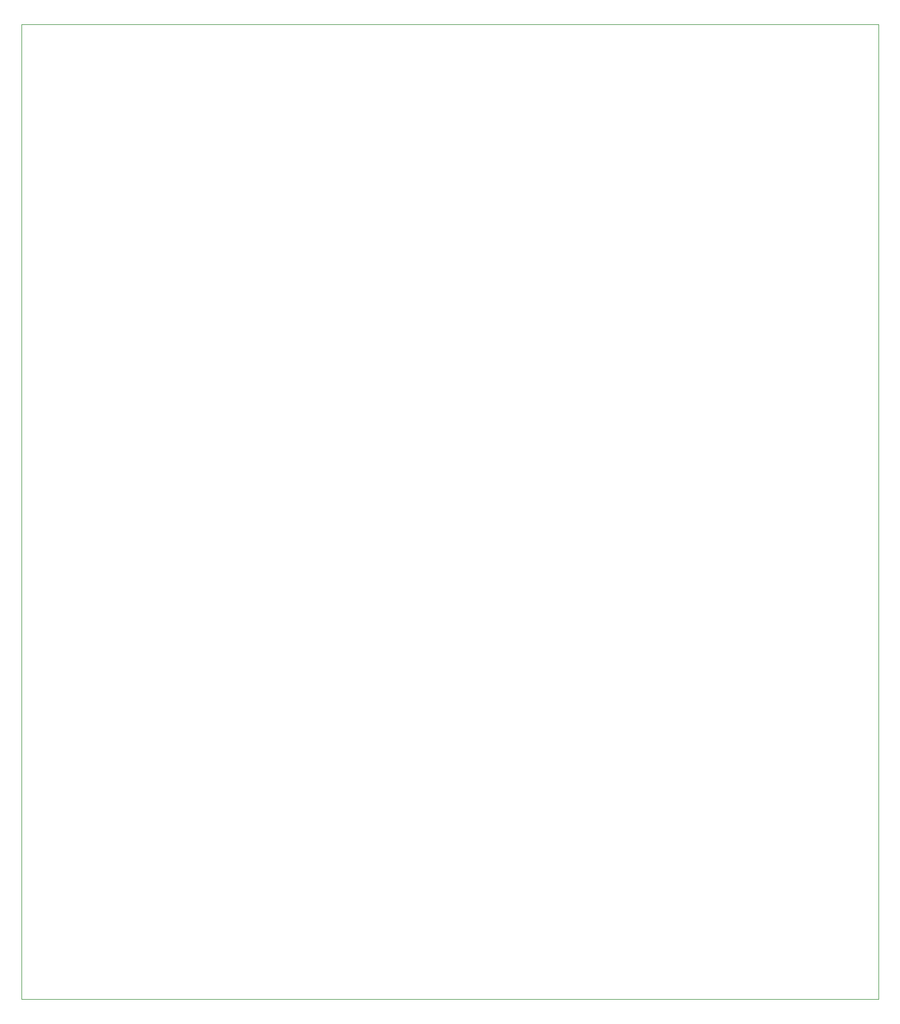
<source format=gbr>
%TF.GenerationSoftware,KiCad,Pcbnew,7.0.10*%
%TF.CreationDate,2024-04-07T12:33:45-04:00*%
%TF.ProjectId,477grp2_pcb,34373767-7270-4325-9f70-63622e6b6963,rev?*%
%TF.SameCoordinates,Original*%
%TF.FileFunction,Profile,NP*%
%FSLAX46Y46*%
G04 Gerber Fmt 4.6, Leading zero omitted, Abs format (unit mm)*
G04 Created by KiCad (PCBNEW 7.0.10) date 2024-04-07 12:33:45*
%MOMM*%
%LPD*%
G01*
G04 APERTURE LIST*
%TA.AperFunction,Profile*%
%ADD10C,0.100000*%
%TD*%
G04 APERTURE END LIST*
D10*
X27074562Y-32575876D02*
X155299628Y-32575876D01*
X155299628Y-178451121D01*
X27074562Y-178451121D01*
X27074562Y-32575876D01*
M02*

</source>
